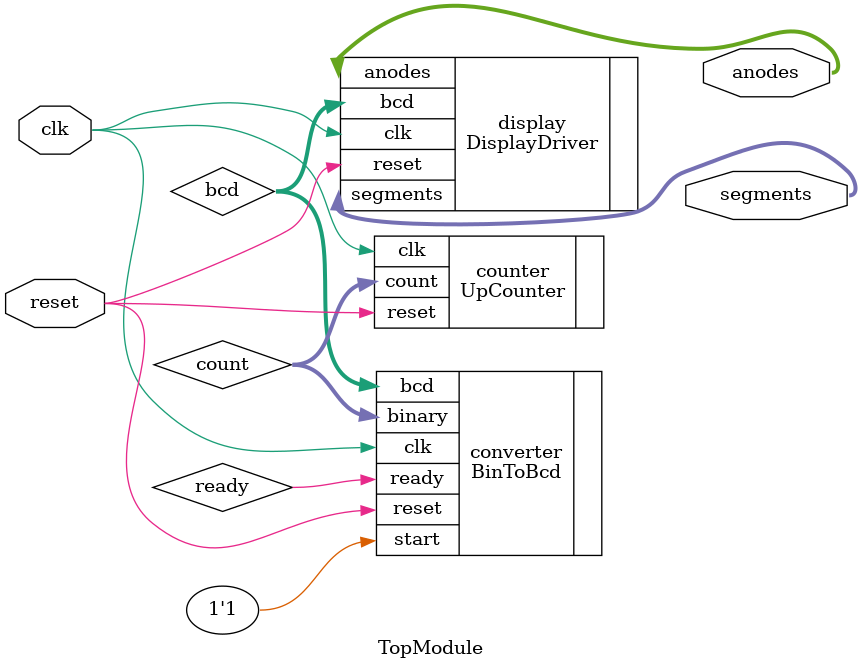
<source format=v>
`timescale 1ns / 1ps


module TopModule (
    input wire clk,              // clock
    input wire reset,            // Reset 
    output wire [6:0] segments,  // Seven-segment 
    output wire [3:0] anodes     
);
    wire [11:0] count;           // from UpCounter
    wire [15:0] bcd;             // from BinToBcd
    wire ready;                  // Ready signal from BinToBcd



    UpCounter counter (
        .clk(clk),
        .reset(reset),
        .count(count)
    );


    BinToBcd converter (
        .clk(clk),
        .reset(reset),
        .start(1'b1), 
        .binary(count),
        .bcd(bcd),
        .ready(ready)
    );

   
    DisplayDriver display (
        .clk(clk),
        .reset(reset),
        .bcd(bcd),
        .segments(segments),
        .anodes(anodes)
    );
endmodule

</source>
